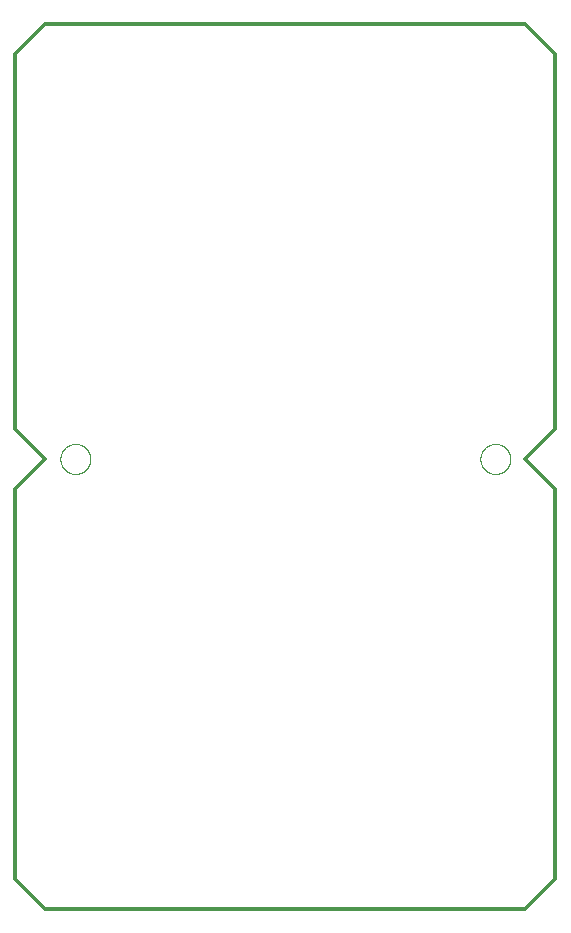
<source format=gm1>
G75*
%MOIN*%
%OFA0B0*%
%FSLAX25Y25*%
%IPPOS*%
%LPD*%
%AMOC8*
5,1,8,0,0,1.08239X$1,22.5*
%
%ADD10C,0.01200*%
%ADD11C,0.00000*%
D10*
X0026600Y0021600D02*
X0016600Y0031600D01*
X0016600Y0161600D01*
X0026600Y0171600D01*
X0016600Y0181600D01*
X0016600Y0306600D01*
X0026600Y0316600D01*
X0186600Y0316600D01*
X0196600Y0306600D01*
X0196600Y0181600D01*
X0186600Y0171600D01*
X0196600Y0161600D01*
X0196600Y0031600D01*
X0186600Y0021600D01*
X0026600Y0021600D01*
D11*
X0031600Y0171600D02*
X0031602Y0171741D01*
X0031608Y0171882D01*
X0031618Y0172022D01*
X0031632Y0172162D01*
X0031650Y0172302D01*
X0031671Y0172441D01*
X0031697Y0172580D01*
X0031726Y0172718D01*
X0031760Y0172854D01*
X0031797Y0172990D01*
X0031838Y0173125D01*
X0031883Y0173259D01*
X0031932Y0173391D01*
X0031984Y0173522D01*
X0032040Y0173651D01*
X0032100Y0173778D01*
X0032163Y0173904D01*
X0032229Y0174028D01*
X0032300Y0174151D01*
X0032373Y0174271D01*
X0032450Y0174389D01*
X0032530Y0174505D01*
X0032614Y0174618D01*
X0032700Y0174729D01*
X0032790Y0174838D01*
X0032883Y0174944D01*
X0032978Y0175047D01*
X0033077Y0175148D01*
X0033178Y0175246D01*
X0033282Y0175341D01*
X0033389Y0175433D01*
X0033498Y0175522D01*
X0033610Y0175607D01*
X0033724Y0175690D01*
X0033840Y0175770D01*
X0033959Y0175846D01*
X0034080Y0175918D01*
X0034202Y0175988D01*
X0034327Y0176053D01*
X0034453Y0176116D01*
X0034581Y0176174D01*
X0034711Y0176229D01*
X0034842Y0176281D01*
X0034975Y0176328D01*
X0035109Y0176372D01*
X0035244Y0176413D01*
X0035380Y0176449D01*
X0035517Y0176481D01*
X0035655Y0176510D01*
X0035793Y0176535D01*
X0035933Y0176555D01*
X0036073Y0176572D01*
X0036213Y0176585D01*
X0036354Y0176594D01*
X0036494Y0176599D01*
X0036635Y0176600D01*
X0036776Y0176597D01*
X0036917Y0176590D01*
X0037057Y0176579D01*
X0037197Y0176564D01*
X0037337Y0176545D01*
X0037476Y0176523D01*
X0037614Y0176496D01*
X0037752Y0176466D01*
X0037888Y0176431D01*
X0038024Y0176393D01*
X0038158Y0176351D01*
X0038292Y0176305D01*
X0038424Y0176256D01*
X0038554Y0176202D01*
X0038683Y0176145D01*
X0038810Y0176085D01*
X0038936Y0176021D01*
X0039059Y0175953D01*
X0039181Y0175882D01*
X0039301Y0175808D01*
X0039418Y0175730D01*
X0039533Y0175649D01*
X0039646Y0175565D01*
X0039757Y0175478D01*
X0039865Y0175387D01*
X0039970Y0175294D01*
X0040073Y0175197D01*
X0040173Y0175098D01*
X0040270Y0174996D01*
X0040364Y0174891D01*
X0040455Y0174784D01*
X0040543Y0174674D01*
X0040628Y0174562D01*
X0040710Y0174447D01*
X0040789Y0174330D01*
X0040864Y0174211D01*
X0040936Y0174090D01*
X0041004Y0173967D01*
X0041069Y0173842D01*
X0041131Y0173715D01*
X0041188Y0173586D01*
X0041243Y0173456D01*
X0041293Y0173325D01*
X0041340Y0173192D01*
X0041383Y0173058D01*
X0041422Y0172922D01*
X0041457Y0172786D01*
X0041489Y0172649D01*
X0041516Y0172511D01*
X0041540Y0172372D01*
X0041560Y0172232D01*
X0041576Y0172092D01*
X0041588Y0171952D01*
X0041596Y0171811D01*
X0041600Y0171670D01*
X0041600Y0171530D01*
X0041596Y0171389D01*
X0041588Y0171248D01*
X0041576Y0171108D01*
X0041560Y0170968D01*
X0041540Y0170828D01*
X0041516Y0170689D01*
X0041489Y0170551D01*
X0041457Y0170414D01*
X0041422Y0170278D01*
X0041383Y0170142D01*
X0041340Y0170008D01*
X0041293Y0169875D01*
X0041243Y0169744D01*
X0041188Y0169614D01*
X0041131Y0169485D01*
X0041069Y0169358D01*
X0041004Y0169233D01*
X0040936Y0169110D01*
X0040864Y0168989D01*
X0040789Y0168870D01*
X0040710Y0168753D01*
X0040628Y0168638D01*
X0040543Y0168526D01*
X0040455Y0168416D01*
X0040364Y0168309D01*
X0040270Y0168204D01*
X0040173Y0168102D01*
X0040073Y0168003D01*
X0039970Y0167906D01*
X0039865Y0167813D01*
X0039757Y0167722D01*
X0039646Y0167635D01*
X0039533Y0167551D01*
X0039418Y0167470D01*
X0039301Y0167392D01*
X0039181Y0167318D01*
X0039059Y0167247D01*
X0038936Y0167179D01*
X0038810Y0167115D01*
X0038683Y0167055D01*
X0038554Y0166998D01*
X0038424Y0166944D01*
X0038292Y0166895D01*
X0038158Y0166849D01*
X0038024Y0166807D01*
X0037888Y0166769D01*
X0037752Y0166734D01*
X0037614Y0166704D01*
X0037476Y0166677D01*
X0037337Y0166655D01*
X0037197Y0166636D01*
X0037057Y0166621D01*
X0036917Y0166610D01*
X0036776Y0166603D01*
X0036635Y0166600D01*
X0036494Y0166601D01*
X0036354Y0166606D01*
X0036213Y0166615D01*
X0036073Y0166628D01*
X0035933Y0166645D01*
X0035793Y0166665D01*
X0035655Y0166690D01*
X0035517Y0166719D01*
X0035380Y0166751D01*
X0035244Y0166787D01*
X0035109Y0166828D01*
X0034975Y0166872D01*
X0034842Y0166919D01*
X0034711Y0166971D01*
X0034581Y0167026D01*
X0034453Y0167084D01*
X0034327Y0167147D01*
X0034202Y0167212D01*
X0034080Y0167282D01*
X0033959Y0167354D01*
X0033840Y0167430D01*
X0033724Y0167510D01*
X0033610Y0167593D01*
X0033498Y0167678D01*
X0033389Y0167767D01*
X0033282Y0167859D01*
X0033178Y0167954D01*
X0033077Y0168052D01*
X0032978Y0168153D01*
X0032883Y0168256D01*
X0032790Y0168362D01*
X0032700Y0168471D01*
X0032614Y0168582D01*
X0032530Y0168695D01*
X0032450Y0168811D01*
X0032373Y0168929D01*
X0032300Y0169049D01*
X0032229Y0169172D01*
X0032163Y0169296D01*
X0032100Y0169422D01*
X0032040Y0169549D01*
X0031984Y0169678D01*
X0031932Y0169809D01*
X0031883Y0169941D01*
X0031838Y0170075D01*
X0031797Y0170210D01*
X0031760Y0170346D01*
X0031726Y0170482D01*
X0031697Y0170620D01*
X0031671Y0170759D01*
X0031650Y0170898D01*
X0031632Y0171038D01*
X0031618Y0171178D01*
X0031608Y0171318D01*
X0031602Y0171459D01*
X0031600Y0171600D01*
X0171600Y0171600D02*
X0171602Y0171741D01*
X0171608Y0171882D01*
X0171618Y0172022D01*
X0171632Y0172162D01*
X0171650Y0172302D01*
X0171671Y0172441D01*
X0171697Y0172580D01*
X0171726Y0172718D01*
X0171760Y0172854D01*
X0171797Y0172990D01*
X0171838Y0173125D01*
X0171883Y0173259D01*
X0171932Y0173391D01*
X0171984Y0173522D01*
X0172040Y0173651D01*
X0172100Y0173778D01*
X0172163Y0173904D01*
X0172229Y0174028D01*
X0172300Y0174151D01*
X0172373Y0174271D01*
X0172450Y0174389D01*
X0172530Y0174505D01*
X0172614Y0174618D01*
X0172700Y0174729D01*
X0172790Y0174838D01*
X0172883Y0174944D01*
X0172978Y0175047D01*
X0173077Y0175148D01*
X0173178Y0175246D01*
X0173282Y0175341D01*
X0173389Y0175433D01*
X0173498Y0175522D01*
X0173610Y0175607D01*
X0173724Y0175690D01*
X0173840Y0175770D01*
X0173959Y0175846D01*
X0174080Y0175918D01*
X0174202Y0175988D01*
X0174327Y0176053D01*
X0174453Y0176116D01*
X0174581Y0176174D01*
X0174711Y0176229D01*
X0174842Y0176281D01*
X0174975Y0176328D01*
X0175109Y0176372D01*
X0175244Y0176413D01*
X0175380Y0176449D01*
X0175517Y0176481D01*
X0175655Y0176510D01*
X0175793Y0176535D01*
X0175933Y0176555D01*
X0176073Y0176572D01*
X0176213Y0176585D01*
X0176354Y0176594D01*
X0176494Y0176599D01*
X0176635Y0176600D01*
X0176776Y0176597D01*
X0176917Y0176590D01*
X0177057Y0176579D01*
X0177197Y0176564D01*
X0177337Y0176545D01*
X0177476Y0176523D01*
X0177614Y0176496D01*
X0177752Y0176466D01*
X0177888Y0176431D01*
X0178024Y0176393D01*
X0178158Y0176351D01*
X0178292Y0176305D01*
X0178424Y0176256D01*
X0178554Y0176202D01*
X0178683Y0176145D01*
X0178810Y0176085D01*
X0178936Y0176021D01*
X0179059Y0175953D01*
X0179181Y0175882D01*
X0179301Y0175808D01*
X0179418Y0175730D01*
X0179533Y0175649D01*
X0179646Y0175565D01*
X0179757Y0175478D01*
X0179865Y0175387D01*
X0179970Y0175294D01*
X0180073Y0175197D01*
X0180173Y0175098D01*
X0180270Y0174996D01*
X0180364Y0174891D01*
X0180455Y0174784D01*
X0180543Y0174674D01*
X0180628Y0174562D01*
X0180710Y0174447D01*
X0180789Y0174330D01*
X0180864Y0174211D01*
X0180936Y0174090D01*
X0181004Y0173967D01*
X0181069Y0173842D01*
X0181131Y0173715D01*
X0181188Y0173586D01*
X0181243Y0173456D01*
X0181293Y0173325D01*
X0181340Y0173192D01*
X0181383Y0173058D01*
X0181422Y0172922D01*
X0181457Y0172786D01*
X0181489Y0172649D01*
X0181516Y0172511D01*
X0181540Y0172372D01*
X0181560Y0172232D01*
X0181576Y0172092D01*
X0181588Y0171952D01*
X0181596Y0171811D01*
X0181600Y0171670D01*
X0181600Y0171530D01*
X0181596Y0171389D01*
X0181588Y0171248D01*
X0181576Y0171108D01*
X0181560Y0170968D01*
X0181540Y0170828D01*
X0181516Y0170689D01*
X0181489Y0170551D01*
X0181457Y0170414D01*
X0181422Y0170278D01*
X0181383Y0170142D01*
X0181340Y0170008D01*
X0181293Y0169875D01*
X0181243Y0169744D01*
X0181188Y0169614D01*
X0181131Y0169485D01*
X0181069Y0169358D01*
X0181004Y0169233D01*
X0180936Y0169110D01*
X0180864Y0168989D01*
X0180789Y0168870D01*
X0180710Y0168753D01*
X0180628Y0168638D01*
X0180543Y0168526D01*
X0180455Y0168416D01*
X0180364Y0168309D01*
X0180270Y0168204D01*
X0180173Y0168102D01*
X0180073Y0168003D01*
X0179970Y0167906D01*
X0179865Y0167813D01*
X0179757Y0167722D01*
X0179646Y0167635D01*
X0179533Y0167551D01*
X0179418Y0167470D01*
X0179301Y0167392D01*
X0179181Y0167318D01*
X0179059Y0167247D01*
X0178936Y0167179D01*
X0178810Y0167115D01*
X0178683Y0167055D01*
X0178554Y0166998D01*
X0178424Y0166944D01*
X0178292Y0166895D01*
X0178158Y0166849D01*
X0178024Y0166807D01*
X0177888Y0166769D01*
X0177752Y0166734D01*
X0177614Y0166704D01*
X0177476Y0166677D01*
X0177337Y0166655D01*
X0177197Y0166636D01*
X0177057Y0166621D01*
X0176917Y0166610D01*
X0176776Y0166603D01*
X0176635Y0166600D01*
X0176494Y0166601D01*
X0176354Y0166606D01*
X0176213Y0166615D01*
X0176073Y0166628D01*
X0175933Y0166645D01*
X0175793Y0166665D01*
X0175655Y0166690D01*
X0175517Y0166719D01*
X0175380Y0166751D01*
X0175244Y0166787D01*
X0175109Y0166828D01*
X0174975Y0166872D01*
X0174842Y0166919D01*
X0174711Y0166971D01*
X0174581Y0167026D01*
X0174453Y0167084D01*
X0174327Y0167147D01*
X0174202Y0167212D01*
X0174080Y0167282D01*
X0173959Y0167354D01*
X0173840Y0167430D01*
X0173724Y0167510D01*
X0173610Y0167593D01*
X0173498Y0167678D01*
X0173389Y0167767D01*
X0173282Y0167859D01*
X0173178Y0167954D01*
X0173077Y0168052D01*
X0172978Y0168153D01*
X0172883Y0168256D01*
X0172790Y0168362D01*
X0172700Y0168471D01*
X0172614Y0168582D01*
X0172530Y0168695D01*
X0172450Y0168811D01*
X0172373Y0168929D01*
X0172300Y0169049D01*
X0172229Y0169172D01*
X0172163Y0169296D01*
X0172100Y0169422D01*
X0172040Y0169549D01*
X0171984Y0169678D01*
X0171932Y0169809D01*
X0171883Y0169941D01*
X0171838Y0170075D01*
X0171797Y0170210D01*
X0171760Y0170346D01*
X0171726Y0170482D01*
X0171697Y0170620D01*
X0171671Y0170759D01*
X0171650Y0170898D01*
X0171632Y0171038D01*
X0171618Y0171178D01*
X0171608Y0171318D01*
X0171602Y0171459D01*
X0171600Y0171600D01*
M02*

</source>
